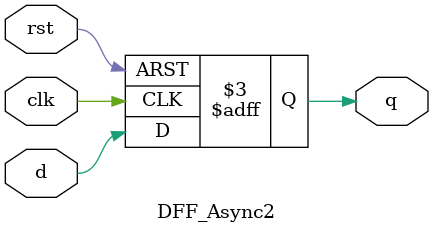
<source format=v>
`timescale 1ns / 1ps

module DFF_Async1(
    input clk,rst,d,
    output reg q
    );


always @(posedge clk or posedge rst)
begin
    if (rst)
        q<=0;
    else
        q<=d;
end

endmodule

module DFF_Async2(
    input clk,rst,d,
    output reg q
    );


always @(posedge clk or negedge rst)
begin
    if (!rst)
        q<=0;
    else
        q<=d;
end

endmodule

</source>
